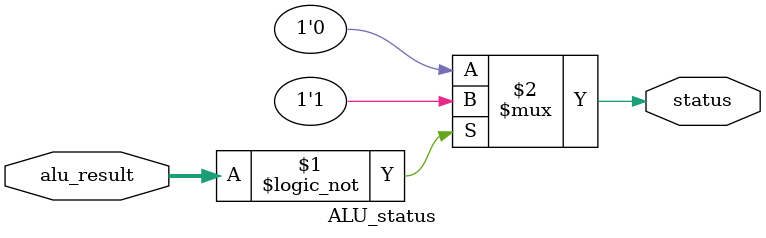
<source format=v>
`define SUM 2'b00
`define SUB 2'b01
`define AND 2'b10
`define NOT 2'b11

module ALU(ain, bin, alu_op, out, status);
  input [15:0] ain, bin;
  input [1:0] alu_op;
  output [15:0] out;
  output status;

  ALU_result result(ain, bin, alu_op, out);
  ALU_status result_status(out, status);
endmodule


module ALU_result(ain, bin, alu_op, out);
  input [15:0] ain, bin;
  input [1:0] alu_op;
  output reg [15:0] out;

  always @(*) begin
    case(alu_op)
      `SUM: out = ain + bin;
      `SUB: out = ain - bin;
      `AND: out = ain & bin;
      `NOT: out = ~bin;
      default: out = {16{1'bx}};
    endcase
  end
endmodule

module ALU_status(alu_result, status);
  input [15:0] alu_result;
  output status;

  assign status = (alu_result == 16'b0) ? 1'b1 : 1'b0;
endmodule



</source>
